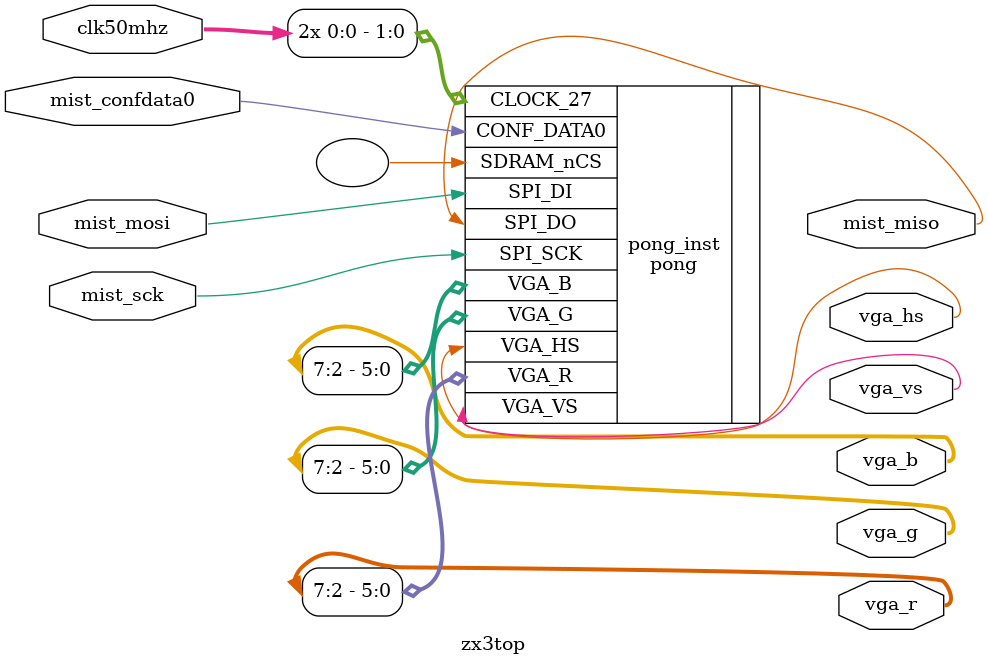
<source format=v>


module zx3top(
  input wire clk50mhz,

  output wire [7:0] vga_r,
  output wire [7:0] vga_g,
  output wire [7:0] vga_b,
  output wire vga_hs,
  output wire vga_vs,

  output wire mist_miso,
  input wire mist_mosi,
  input wire mist_sck,
  input wire mist_confdata0
  //,
  //input wire ear,
  //inout wire clkps2,
  //inout wire dataps2,
  //inout wire mouseclk,
  //inout wire mousedata,
  //output wire audio_out_left,
  //output wire audio_out_right,

  //output wire [19:0] sram_addr,
  //inout wire [15:0] sram_data,
  //output wire sram_we_n,
  //output wire sram_oe_n,
  //output wire sram_ub_n,
  //output wire sram_lb_n,

  //output wire flash_cs_n,
  //output wire flash_clk,
  //output wire flash_mosi,
  //input wire flash_miso,
  //output wire flash_wp,
  //output wire flash_hold,

  //output wire uart_tx,
  //input wire uart_rx,
  //output wire uart_rts,
  //output wire uart_reset,
  //output wire uart_gpio0,

  //output wire i2c_scl,
  //inout wire i2c_sda,

  //output wire midi_out,
  //input wire midi_clkbd,
  //input wire midi_wsbd,
  //input wire midi_dabd,

  //input wire joy_data,
  //output wire joy_clk,
  //output wire joy_load_n,

  //input wire xjoy_data,
  //output wire xjoy_clk,
  //output wire xjoy_load_n,

  //output wire i2s_bclk,
  //output wire i2s_lrclk,
  //output wire i2s_dout,

  //output wire sd_cs_n,
  //output wire sd_clk,
  //output wire sd_mosi,
  //input wire sd_miso,

  //output wire dp_tx_lane_p,
  //output wire dp_tx_lane_n,
  //input wire  dp_refclk_p,
  //input wire  dp_refclk_n,
  //input wire  dp_tx_hp_detect,
  //inout wire  dp_tx_auxch_tx_p,
  //inout wire  dp_tx_auxch_tx_n,
  //inout wire  dp_tx_auxch_rx_p,
  //inout wire  dp_tx_auxch_rx_n,

  //output wire testled,   // nos servirá como testigo de uso de la SPI
  //output wire testled2,

  //output wire mb_uart_tx,
  //input wire mb_uart_rx
);

  pong pong_inst(
    .CLOCK_27({clk50mhz, clk50mhz}),
    .SDRAM_nCS(),
    .SPI_DO(mist_miso),
    .SPI_DI(mist_mosi),
    .SPI_SCK(mist_sck),
    .CONF_DATA0(mist_confdata0),
    .VGA_HS(vga_hs),
    .VGA_VS(vga_vs),
    .VGA_R(vga_r[7:2]),
    .VGA_G(vga_g[7:2]),
    .VGA_B(vga_b[7:2])
  );


endmodule


//module pong (
   //input [1:0] CLOCK_27,
   //output 		SDRAM_nCS,

   //// spi interface to mists io processor
	//output      SPI_DO,
	//input       SPI_DI,
	//input       SPI_SCK,
	//input       CONF_DATA0,

   //output reg	VGA_HS,
   //output reg 	VGA_VS,
   //output [5:0] VGA_R,
   //output [5:0] VGA_G,
   //output [5:0] VGA_B
//);


</source>
